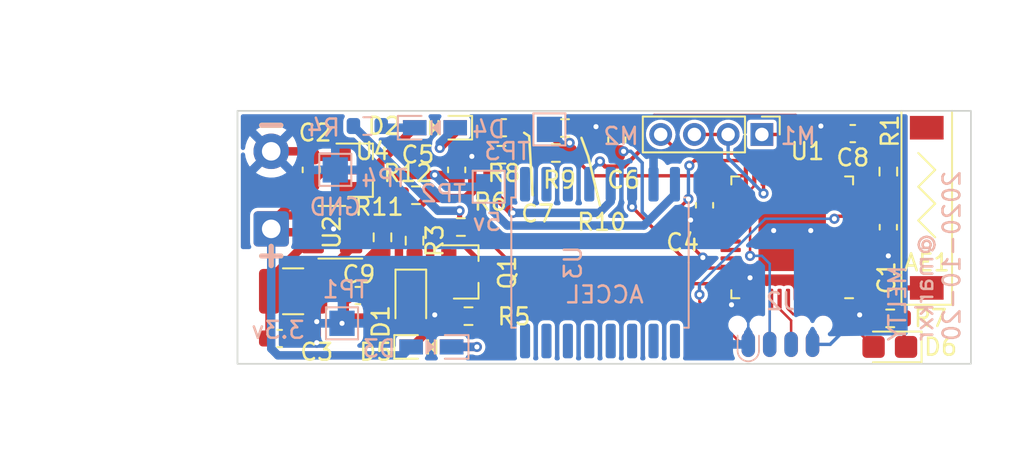
<source format=kicad_pcb>
(kicad_pcb (version 20201002) (generator pcbnew)
  (layers (0 "F.Cu" signal) (31 "B.Cu" signal) (34 "B.Paste" user) (35 "F.Paste" user) (36 "B.SilkS" user "B.Silkscreen") (37 "F.SilkS" user "F.Silkscreen") (38 "B.Mask" user) (39 "F.Mask" user) (44 "Edge.Cuts" user))
  (net 0 "")
  (net 1 "GND")
  (net 2 "/ANT")
  (net 3 "/VLOGIC")
  (net 4 "Net-(C4-Pad1)")
  (net 5 "/PROG_RX")
  (net 6 "Net-(J2-Pad3)")
  (net 7 "/PROG_BOOT")
  (net 8 "/PROG_TX")
  (net 9 "/PROG_EN")
  (net 10 "Net-(U1-Pad48)")
  (net 11 "Net-(U1-Pad47)")
  (net 12 "Net-(U1-Pad45)")
  (net 13 "Net-(U1-Pad44)")
  (net 14 "Net-(U1-Pad12)")
  (net 15 "Net-(U1-Pad39)")
  (net 16 "Net-(U1-Pad10)")
  (net 17 "Net-(U1-Pad35)")
  (net 18 "Net-(U1-Pad33)")
  (net 19 "Net-(U1-Pad32)")
  (net 20 "Net-(U1-Pad31)")
  (net 21 "Net-(U1-Pad30)")
  (net 22 "/ESC_TELEMETRY")
  (net 23 "Net-(U1-Pad29)")
  (net 24 "Net-(U1-Pad27)")
  (net 25 "Net-(U1-Pad25)")
  (net 26 "Net-(U1-Pad21)")
  (net 27 "Net-(U1-Pad20)")
  (net 28 "Net-(U1-Pad18)")
  (net 29 "Net-(U1-Pad17)")
  (net 30 "Net-(U1-Pad16)")
  (net 31 "/MOTOR2OUT")
  (net 32 "/MOTOR1OUT")
  (net 33 "/V5.0")
  (net 34 "/ACCEL_SENSE")
  (net 35 "Net-(D1-Pad1)")
  (net 36 "/VBAT")
  (net 37 "Net-(U1-Pad8)")
  (net 38 "Net-(U1-Pad7)")
  (net 39 "Net-(U1-Pad6)")
  (net 40 "/ACCEL_VOUT")
  (net 41 "/LED2")
  (net 42 "Net-(D6-Pad1)")
  (net 43 "Net-(Q1-Pad3)")
  (net 44 "Net-(D4-Pad1)")
  (net 45 "Net-(D5-Pad1)")
  (net 46 "/LED1")
  (net 47 "Net-(D2-Pad1)")
  (net 48 "Net-(D3-Pad1)")
  (net 49 "/ACCEL_SELF_TEST")
  (net 50 "/ACCEL_STATUS")
  (net 51 "Net-(U3-Pad16)")
  (net 52 "Net-(U3-Pad15)")
  (net 53 "Net-(U3-Pad14)")
  (net 54 "Net-(U3-Pad13)")
  (net 55 "Net-(U3-Pad12)")
  (net 56 "Net-(U3-Pad11)")
  (net 57 "Net-(U3-Pad10)")
  (net 58 "Net-(U3-Pad9)")
  (net 59 "Net-(U3-Pad3)")
  (net 60 "Net-(U3-Pad2)")
  (net 61 "Net-(U3-Pad1)")
  (net 62 "/LED1_GATE")
  (net 63 "Net-(C7-Pad1)")
  (net 64 "Net-(U1-Pad11)")
  (net 65 "Net-(U1-Pad38)")
  (net 66 "Net-(U1-Pad5)")
  (net 67 "Net-(J2-Pad5)")
  (net 68 "/REG_SW")
  (net 69 "/REG_BS")
  (net 70 "/REG_FB")
  (net 71 "Net-(AE1-Pad2)")
  (net 72 "Net-(U1-Pad28)")
  (module "Connector_Wire:SolderWire-0.5sqmm_1x02_P4.6mm_D0.9mm_OD2.1mm" (layer "F.Cu") (at 89 89.5 90)
    (fp_text reference "J1" hide)
    (fp_text value "Conn_01x02_Male")
    (pad "1" thru_hole roundrect (at 0 0 90) (size 2.1 2.1) (drill 1.1) (layers *.Cu *.Mask) (roundrect_rratio 0.1190480952380952) (net 36 "/VBAT"))
    (pad "2" thru_hole circle (at 4.6 0 90) (size 2.1 2.1) (drill 1.1) (layers *.Cu *.Mask) (net 1 "GND"))
  )
  (module "Resistor_SMD:R_0603_1608Metric" (layer "F.Cu") (at 100.250314 89.389616 180)
    (fp_text reference "R6" (at -1.749686 1.489616) (layer "F.SilkS"))
    (fp_text value "1k")
    (pad "1" smd roundrect (at -0.825 0 180) (size 0.8 0.95) (layers "F.Cu" "F.Paste" "F.Mask") (net 46 "/LED1"))
    (pad "2" smd roundrect (at 0.825 0 180) (size 0.8 0.95) (layers "F.Cu" "F.Paste" "F.Mask") (net 62 "/LED1_GATE"))
  )
  (module "LED_SMD:LED_0805_2012Metric_Castellated" (layer "F.Cu") (at 125.688287 96.5 180)
    (fp_text reference "D6" (at -3.011713 0) (layer "F.SilkS"))
    (fp_text value "LED")
    (pad "1" smd roundrect (at -0.9625 0 180) (size 1.325 1.3) (layers "F.Cu" "F.Paste" "F.Mask") (roundrect_rratio 0.1923076923076923) (net 42 "Net-(D6-Pad1)"))
    (pad "2" smd roundrect (at 0.9625 0 180) (size 1.325 1.3) (layers "F.Cu" "F.Paste" "F.Mask") (roundrect_rratio 0.1923076923076923) (net 41 "/LED2"))
  )
  (module "Resistor_SMD:R_0603_1608Metric" (layer "F.Cu") (at 125.6 86.1 90)
    (fp_text reference "R1" (at 2.4 0.1 90) (layer "F.SilkS"))
    (fp_text value "22k")
    (pad "1" smd roundrect (at -0.825 0 90) (size 0.8 0.95) (layers "F.Cu" "F.Paste" "F.Mask") (net 3 "/VLOGIC"))
    (pad "2" smd roundrect (at 0.825 0 90) (size 0.8 0.95) (layers "F.Cu" "F.Paste" "F.Mask") (net 9 "/PROG_EN"))
  )
  (module "Capacitor_SMD:C_0603_1608Metric" (layer "F.Cu") (at 123.491021 83.847809 180)
    (fp_text reference "C8" (at 0 -1.43) (layer "F.SilkS"))
    (fp_text value "0.1uF")
    (pad "1" smd roundrect (at -0.775 0 180) (size 0.9 0.95) (layers "F.Cu" "F.Paste" "F.Mask") (net 9 "/PROG_EN"))
    (pad "2" smd roundrect (at 0.775 0 180) (size 0.9 0.95) (layers "F.Cu" "F.Paste" "F.Mask") (net 1 "GND"))
  )
  (module "Resistor_SMD:R_0603_1608Metric" (layer "F.Cu") (at 102.654811 85.10301)
    (fp_text reference "R8" (at 0.145189 1.09699) (layer "F.SilkS"))
    (fp_text value "1k")
    (pad "1" smd roundrect (at -0.825 0) (size 0.8 0.95) (layers "F.Cu" "F.Paste" "F.Mask") (net 40 "/ACCEL_VOUT"))
    (pad "2" smd roundrect (at 0.825 0) (size 0.8 0.95) (layers "F.Cu" "F.Paste" "F.Mask") (net 63 "Net-(C7-Pad1)"))
  )
  (module "Package_TO_SOT_SMD:SOT-23" (layer "F.Cu") (at 100.535403 92.052575)
    (fp_text reference "Q1" (at 2.464597 0.047425 90) (layer "F.SilkS"))
    (fp_text value "2N7002ET1G")
    (pad "1" smd rect (at -1 -0.95) (size 0.9 0.8) (layers "F.Cu" "F.Paste" "F.Mask") (net 62 "/LED1_GATE"))
    (pad "2" smd rect (at -1 0.95) (size 0.9 0.8) (layers "F.Cu" "F.Paste" "F.Mask") (net 1 "GND"))
    (pad "3" smd rect (at 1 0) (size 0.9 0.8) (layers "F.Cu" "F.Paste" "F.Mask") (net 43 "Net-(Q1-Pad3)"))
  )
  (module "Resistor_SMD:R_0603_1608Metric" (layer "F.Cu") (at 106.423838 83.518311 180)
    (fp_text reference "R10" (at -2.176162 -5.581689 180) (layer "F.SilkS"))
    (fp_text value "22k")
    (pad "1" smd roundrect (at -0.825 0 180) (size 0.8 0.95) (layers "F.Cu" "F.Paste" "F.Mask") (net 1 "GND"))
    (pad "2" smd roundrect (at 0.825 0 180) (size 0.8 0.95) (layers "F.Cu" "F.Paste" "F.Mask") (net 34 "/ACCEL_SENSE"))
  )
  (module "Resistor_SMD:R_0603_1608Metric" (layer "F.Cu") (at 97.586793 87.503943 180)
    (fp_text reference "R12" (at 0.486793 1.303943) (layer "F.SilkS"))
    (fp_text value "22k")
    (pad "1" smd roundrect (at -0.825 0 180) (size 0.8 0.95) (layers "F.Cu" "F.Paste" "F.Mask") (net 1 "GND"))
    (pad "2" smd roundrect (at 0.825 0 180) (size 0.8 0.95) (layers "F.Cu" "F.Paste" "F.Mask") (net 70 "/REG_FB"))
  )
  (module "melty-controller:LED_SIDEVIEW" (layer "F.Cu") (at 98.7125 83.5 180)
    (fp_text reference "D2" (at 3.0125 0.1 unlocked) (layer "F.SilkS"))
    (fp_text value "white side smd")
    (pad "1" smd rect (at -1.2 0 180) (size 1.4 0.9) (layers "F.Cu" "F.Paste" "F.Mask") (net 47 "Net-(D2-Pad1)"))
    (pad "2" smd rect (at 1.2 0 180) (size 1.4 0.9) (layers "F.Cu" "F.Paste" "F.Mask") (net 36 "/VBAT"))
  )
  (module "melty-controller:AN9520-245" (layer "F.Cu") (at 127.878739 93)
    (fp_text reference "AE1" (at 0 -1.5 unlocked) (layer "F.SilkS"))
    (fp_text value " AN9520-245 ")
    (pad "1" smd rect (at 0 0) (size 2 1.4) (layers "F.Cu" "F.Paste" "F.Mask") (net 2 "/ANT"))
    (pad "2" smd rect (at 0 -9.5) (size 2 1.4) (layers "F.Cu" "F.Paste" "F.Mask") (net 71 "Net-(AE1-Pad2)"))
  )
  (module "melty-controller:LED_SIDEVIEW" (layer "F.Cu") (at 98.5 96.5)
    (fp_text reference "D5" (at -3.3 0.3 unlocked) (layer "F.SilkS"))
    (fp_text value "white side smd")
    (pad "1" smd rect (at -1.2 0) (size 1.4 0.9) (layers "F.Cu" "F.Paste" "F.Mask") (net 45 "Net-(D5-Pad1)"))
    (pad "2" smd rect (at 1.2 0) (size 1.4 0.9) (layers "F.Cu" "F.Paste" "F.Mask") (net 48 "Net-(D3-Pad1)"))
  )
  (module "Capacitor_SMD:C_0603_1608Metric" (layer "F.Cu") (at 89.5 96 180)
    (fp_text reference "C3" (at -2.2 -0.8) (layer "F.SilkS"))
    (fp_text value "22nF")
    (pad "1" smd roundrect (at -0.775 0 180) (size 0.9 0.95) (layers "F.Cu" "F.Paste" "F.Mask") (net 69 "/REG_BS"))
    (pad "2" smd roundrect (at 0.775 0 180) (size 0.9 0.95) (layers "F.Cu" "F.Paste" "F.Mask") (net 68 "/REG_SW"))
  )
  (module "Inductor_SMD:L_1210_3225Metric" (layer "F.Cu") (at 90.3 93.2)
    (fp_text reference "L1" hide)
    (fp_text value "10uH")
    (pad "1" smd roundrect (at -1.4 0) (size 1.25 2.65) (layers "F.Cu" "F.Paste" "F.Mask") (roundrect_rratio 0.2) (net 68 "/REG_SW"))
    (pad "2" smd roundrect (at 1.4 0) (size 1.25 2.65) (layers "F.Cu" "F.Paste" "F.Mask") (roundrect_rratio 0.2) (net 3 "/VLOGIC"))
  )
  (module "Resistor_SMD:R_0603_1608Metric" (layer "F.Cu") (at 105.88423 85)
    (fp_text reference "R9" (at 0.21577 1.6 180) (layer "F.SilkS"))
    (fp_text value "22k")
    (pad "1" smd roundrect (at -0.825 0) (size 0.8 0.95) (layers "F.Cu" "F.Paste" "F.Mask") (net 63 "Net-(C7-Pad1)"))
    (pad "2" smd roundrect (at 0.825 0) (size 0.8 0.95) (layers "F.Cu" "F.Paste" "F.Mask") (net 34 "/ACCEL_SENSE"))
  )
  (module "Resistor_SMD:R_0603_1608Metric" (layer "F.Cu") (at 125.711713 94.806865 180)
    (fp_text reference "R7" (at -2.388287 0.006865) (layer "F.SilkS"))
    (fp_text value "220R")
    (pad "1" smd roundrect (at -0.825 0 180) (size 0.8 0.95) (layers "F.Cu" "F.Paste" "F.Mask") (net 42 "Net-(D6-Pad1)"))
    (pad "2" smd roundrect (at 0.825 0 180) (size 0.8 0.95) (layers "F.Cu" "F.Paste" "F.Mask") (net 1 "GND"))
  )
  (module "Package_TO_SOT_SMD:SOT-23" (layer "F.Cu") (at 94.27 86.02)
    (fp_text reference "U4" (at 0.73 -1.12) (layer "F.SilkS"))
    (fp_text value "HT7250")
    (pad "1" smd rect (at -1 -0.95) (size 0.9 0.8) (layers "F.Cu" "F.Paste" "F.Mask") (net 1 "GND"))
    (pad "2" smd rect (at -1 0.95) (size 0.9 0.8) (layers "F.Cu" "F.Paste" "F.Mask") (net 33 "/V5.0"))
    (pad "3" smd rect (at 1 0) (size 0.9 0.8) (layers "F.Cu" "F.Paste" "F.Mask") (net 36 "/VBAT"))
  )
  (module "Connector_PinHeader_2.00mm:PinHeader_1x04_P2.00mm_Vertical" (layer "F.Cu") (at 118.1 83.9 -90)
    (fp_text reference "J3" hide)
    (fp_text value "esc_io")
    (pad "1" thru_hole rect (at 0 0 270) (size 1.35 1.35) (drill 0.8) (layers *.Cu *.Mask) (net 32 "/MOTOR1OUT"))
    (pad "2" thru_hole oval (at 0 2 270) (size 1.35 1.35) (drill 0.8) (layers *.Cu *.Mask) (net 22 "/ESC_TELEMETRY"))
    (pad "3" thru_hole oval (at 0 4 270) (size 1.35 1.35) (drill 0.8) (layers *.Cu *.Mask) (net 22 "/ESC_TELEMETRY"))
    (pad "4" thru_hole oval (at 0 6 270) (size 1.35 1.35) (drill 0.8) (layers *.Cu *.Mask) (net 31 "/MOTOR2OUT"))
  )
  (module "Capacitor_SMD:C_0603_1608Metric" (layer "F.Cu") (at 114.7 88.1 -90)
    (fp_text reference "C4" (at 2.2 1.3 180) (layer "F.SilkS"))
    (fp_text value "1uF")
    (pad "1" smd roundrect (at -0.775 0 270) (size 0.9 0.95) (layers "F.Cu" "F.Paste" "F.Mask") (net 4 "Net-(C4-Pad1)"))
    (pad "2" smd roundrect (at 0.775 0 270) (size 0.9 0.95) (layers "F.Cu" "F.Paste" "F.Mask") (net 1 "GND"))
  )
  (module "Capacitor_SMD:C_0603_1608Metric" (layer "F.Cu") (at 91.376619 86 90)
    (fp_text reference "C2" (at 2.2 0.223381 180) (layer "F.SilkS"))
    (fp_text value "10uF")
    (pad "1" smd roundrect (at -0.775 0 90) (size 0.9 0.95) (layers "F.Cu" "F.Paste" "F.Mask") (net 36 "/VBAT"))
    (pad "2" smd roundrect (at 0.775 0 90) (size 0.9 0.95) (layers "F.Cu" "F.Paste" "F.Mask") (net 1 "GND"))
  )
  (module "LED_SMD:LED_0805_2012Metric_Castellated" (layer "F.Cu") (at 97.280004 93.8 -90)
    (fp_text reference "D1" (at 1.2 1.780004 90) (layer "F.SilkS"))
    (fp_text value "LED")
    (pad "1" smd roundrect (at -0.9625 0 270) (size 1.325 1.3) (layers "F.Cu" "F.Paste" "F.Mask") (roundrect_rratio 0.1923076923076923) (net 35 "Net-(D1-Pad1)"))
    (pad "2" smd roundrect (at 0.9625 0 270) (size 1.325 1.3) (layers "F.Cu" "F.Paste" "F.Mask") (roundrect_rratio 0.1923076923076923) (net 3 "/VLOGIC"))
  )
  (module "Resistor_SMD:R_0603_1608Metric" (layer "F.Cu") (at 95.6 90 -90)
    (fp_text reference "R11" (at -1.8 0.2 -180) (layer "F.SilkS"))
    (fp_text value "100k")
    (pad "1" smd roundrect (at -0.825 0 270) (size 0.8 0.95) (layers "F.Cu" "F.Paste" "F.Mask") (net 70 "/REG_FB"))
    (pad "2" smd roundrect (at 0.825 0 270) (size 0.8 0.95) (layers "F.Cu" "F.Paste" "F.Mask") (net 3 "/VLOGIC"))
  )
  (module "Capacitor_SMD:C_0603_1608Metric" (layer "F.Cu") (at 125.6 89.4 -90)
    (fp_text reference "C1" (at 3 0.1 90) (layer "F.SilkS"))
    (fp_text value "0.1uF")
    (pad "1" smd roundrect (at -0.775 0 270) (size 0.9 0.95) (layers "F.Cu" "F.Paste" "F.Mask") (net 3 "/VLOGIC"))
    (pad "2" smd roundrect (at 0.775 0 270) (size 0.9 0.95) (layers "F.Cu" "F.Paste" "F.Mask") (net 1 "GND"))
  )
  (module "Capacitor_SMD:C_0603_1608Metric" (layer "F.Cu") (at 109.5 84.2125 90)
    (fp_text reference "C6" (at -2.3875 0.4 180) (layer "F.SilkS"))
    (fp_text value "0.1uF")
    (pad "1" smd roundrect (at -0.775 0 90) (size 0.9 0.95) (layers "F.Cu" "F.Paste" "F.Mask") (net 33 "/V5.0"))
    (pad "2" smd roundrect (at 0.775 0 90) (size 0.9 0.95) (layers "F.Cu" "F.Paste" "F.Mask") (net 1 "GND"))
  )
  (module "Capacitor_SMD:C_0603_1608Metric" (layer "F.Cu") (at 102.792731 83.5 180)
    (fp_text reference "C7" (at -2.007269 -5.1 180) (layer "F.SilkS"))
    (fp_text value "10nF")
    (pad "1" smd roundrect (at -0.775 0 180) (size 0.9 0.95) (layers "F.Cu" "F.Paste" "F.Mask") (net 63 "Net-(C7-Pad1)"))
    (pad "2" smd roundrect (at 0.775 0 180) (size 0.9 0.95) (layers "F.Cu" "F.Paste" "F.Mask") (net 1 "GND"))
  )
  (module "Capacitor_SMD:C_0603_1608Metric" (layer "F.Cu") (at 94.140287 93.452189)
    (fp_text reference "C9" (at 0.059713 -1.252189) (layer "F.SilkS"))
    (fp_text value "10uF")
    (pad "1" smd roundrect (at -0.775 0) (size 0.9 0.95) (layers "F.Cu" "F.Paste" "F.Mask") (net 3 "/VLOGIC"))
    (pad "2" smd roundrect (at 0.775 0) (size 0.9 0.95) (layers "F.Cu" "F.Paste" "F.Mask") (net 1 "GND"))
  )
  (module "Resistor_SMD:R_0603_1608Metric" (layer "F.Cu") (at 97.5 90.2 90)
    (fp_text reference "R3" (at 0 1.2 90) (layer "F.SilkS"))
    (fp_text value "220R")
    (pad "1" smd roundrect (at -0.825 0 90) (size 0.8 0.95) (layers "F.Cu" "F.Paste" "F.Mask") (net 35 "Net-(D1-Pad1)"))
    (pad "2" smd roundrect (at 0.825 0 90) (size 0.8 0.95) (layers "F.Cu" "F.Paste" "F.Mask") (net 1 "GND"))
  )
  (module "Package_TO_SOT_SMD:SOT-23-6" (layer "F.Cu") (at 92.6 89.7 180)
    (fp_text reference "U2" (at 0 0 270) (layer "F.SilkS"))
    (fp_text value "MT2492")
    (pad "1" smd roundrect (at -1.1375 -0.95 180) (size 1.325 0.6) (layers "F.Cu" "F.Paste" "F.Mask") (net 69 "/REG_BS"))
    (pad "2" smd roundrect (at -1.1375 0 180) (size 1.325 0.6) (layers "F.Cu" "F.Paste" "F.Mask") (net 1 "GND"))
    (pad "3" smd roundrect (at -1.1375 0.95 180) (size 1.325 0.6) (layers "F.Cu" "F.Paste" "F.Mask") (net 70 "/REG_FB"))
    (pad "4" smd roundrect (at 1.1375 0.95 180) (size 1.325 0.6) (layers "F.Cu" "F.Paste" "F.Mask") (net 36 "/VBAT"))
    (pad "5" smd roundrect (at 1.1375 0 180) (size 1.325 0.6) (layers "F.Cu" "F.Paste" "F.Mask") (net 36 "/VBAT"))
    (pad "6" smd roundrect (at 1.1375 -0.95 180) (size 1.325 0.6) (layers "F.Cu" "F.Paste" "F.Mask") (net 68 "/REG_SW"))
  )
  (module "Resistor_SMD:R_0603_1608Metric" (layer "F.Cu") (at 100.7 94.674771)
    (fp_text reference "R5" (at 2.7 0.025229) (layer "F.SilkS"))
    (fp_text value "100R")
    (pad "1" smd roundrect (at -0.825 0) (size 0.8 0.95) (layers "F.Cu" "F.Paste" "F.Mask") (net 43 "Net-(Q1-Pad3)"))
    (pad "2" smd roundrect (at 0.825 0) (size 0.8 0.95) (layers "F.Cu" "F.Paste" "F.Mask") (net 45 "Net-(D5-Pad1)"))
  )
  (module "Capacitor_SMD:C_0603_1608Metric" (layer "F.Cu") (at 100 86 90)
    (fp_text reference "C5" (at 0.9 -2.3 180) (layer "F.SilkS"))
    (fp_text value "10uF")
    (pad "1" smd roundrect (at -0.775 0 90) (size 0.9 0.95) (layers "F.Cu" "F.Paste" "F.Mask") (net 33 "/V5.0"))
    (pad "2" smd roundrect (at 0.775 0 90) (size 0.9 0.95) (layers "F.Cu" "F.Paste" "F.Mask") (net 1 "GND"))
  )
  (module "melty-controller:esp32-pico-special" (layer "F.Cu") (at 119.9 90 180)
    (fp_text reference "U1" (at -0.9 5.1 180) (layer "F.SilkS"))
    (fp_text value "ESP32-PICO-D4")
    (pad "1" smd roundrect (at -3.65 -2.75 180) (size 1.2 0.25) (layers "F.Cu" "F.Paste" "F.Mask") (net 3 "/VLOGIC"))
    (pad "2" smd roundrect (at -3.65 -2.25 180) (size 1.2 0.25) (layers "F.Cu" "F.Paste" "F.Mask") (net 2 "/ANT"))
    (pad "3" smd roundrect (at -3.65 -1.75 180) (size 1.2 0.25) (layers "F.Cu" "F.Paste" "F.Mask") (net 3 "/VLOGIC"))
    (pad "4" smd roundrect (at -3.65 -1.25 180) (size 1.2 0.25) (layers "F.Cu" "F.Paste" "F.Mask") (net 3 "/VLOGIC"))
    (pad "5" smd roundrect (at -3.65 -0.75 180) (size 1.2 0.25) (layers "F.Cu" "F.Paste" "F.Mask") (net 66 "Net-(U1-Pad5)"))
    (pad "6" smd roundrect (at -3.65 -0.25 180) (size 1.2 0.25) (layers "F.Cu" "F.Paste" "F.Mask") (net 39 "Net-(U1-Pad6)"))
    (pad "7" smd roundrect (at -3.65 0.25 180) (size 1.2 0.25) (layers "F.Cu" "F.Paste" "F.Mask") (net 38 "Net-(U1-Pad7)"))
    (pad "8" smd roundrect (at -3.65 0.75 180) (size 1.2 0.25) (layers "F.Cu" "F.Paste" "F.Mask") (net 37 "Net-(U1-Pad8)"))
    (pad "9" smd roundrect (at -3.65 1.25 180) (size 1.2 0.25) (layers "F.Cu" "F.Paste" "F.Mask") (net 9 "/PROG_EN"))
    (pad "10" smd roundrect (at -3.65 1.75 180) (size 1.2 0.25) (layers "F.Cu" "F.Paste" "F.Mask") (net 16 "Net-(U1-Pad10)"))
    (pad "11" smd roundrect (at -3.65 2.25 180) (size 1.2 0.25) (layers "F.Cu" "F.Paste" "F.Mask") (net 64 "Net-(U1-Pad11)"))
    (pad "12" smd roundrect (at -3.65 2.75 180) (size 1.2 0.25) (layers "F.Cu" "F.Paste" "F.Mask") (net 14 "Net-(U1-Pad12)"))
    (pad "13" smd roundrect (at -2.75 3.65 180) (size 0.25 1.2) (layers "F.Cu" "F.Paste" "F.Mask") (net 49 "/ACCEL_SELF_TEST"))
    (pad "14" smd roundrect (at -2.25 3.65 180) (size 0.25 1.2) (layers "F.Cu" "F.Paste" "F.Mask") (net 32 "/MOTOR1OUT"))
    (pad "15" smd roundrect (at -1.75 3.65 180) (size 0.25 1.2) (layers "F.Cu" "F.Paste" "F.Mask") (net 31 "/MOTOR2OUT"))
    (pad "16" smd roundrect (at -1.25 3.65 180) (size 0.25 1.2) (layers "F.Cu" "F.Paste" "F.Mask") (net 30 "Net-(U1-Pad16)"))
    (pad "17" smd roundrect (at -0.75 3.65 180) (size 0.25 1.2) (layers "F.Cu" "F.Paste" "F.Mask") (net 29 "Net-(U1-Pad17)"))
    (pad "18" smd roundrect (at -0.25 3.65 180) (size 0.25 1.2) (layers "F.Cu" "F.Paste" "F.Mask") (net 28 "Net-(U1-Pad18)"))
    (pad "19" smd roundrect (at 0.25 3.65 180) (size 0.25 1.2) (layers "F.Cu" "F.Paste" "F.Mask") (net 3 "/VLOGIC"))
    (pad "20" smd roundrect (at 0.75 3.65 180) (size 0.25 1.2) (layers "F.Cu" "F.Paste" "F.Mask") (net 27 "Net-(U1-Pad20)"))
    (pad "21" smd roundrect (at 1.25 3.65 180) (size 0.25 1.2) (layers "F.Cu" "F.Paste" "F.Mask") (net 26 "Net-(U1-Pad21)"))
    (pad "22" smd roundrect (at 1.75 3.65 180) (size 0.25 1.2) (layers "F.Cu" "F.Paste" "F.Mask") (net 22 "/ESC_TELEMETRY"))
    (pad "23" smd roundrect (at 2.25 3.65 180) (size 0.25 1.2) (layers "F.Cu" "F.Paste" "F.Mask") (net 7 "/PROG_BOOT"))
    (pad "24" smd roundrect (at 2.75 3.65 180) (size 0.25 1.2) (layers "F.Cu" "F.Paste" "F.Mask") (net 34 "/ACCEL_SENSE"))
    (pad "25" smd roundrect (at 3.65 2.75 180) (size 1.2 0.25) (layers "F.Cu" "F.Paste" "F.Mask") (net 25 "Net-(U1-Pad25)"))
    (pad "26" smd roundrect (at 3.65 2.25 180) (size 1.2 0.25) (layers "F.Cu" "F.Paste" "F.Mask") (net 4 "Net-(C4-Pad1)"))
    (pad "27" smd roundrect (at 3.65 1.75 180) (size 1.2 0.25) (layers "F.Cu" "F.Paste" "F.Mask") (net 24 "Net-(U1-Pad27)"))
    (pad "28" smd roundrect (at 3.65 1.25 180) (size 1.2 0.25) (layers "F.Cu" "F.Paste" "F.Mask") (net 72 "Net-(U1-Pad28)"))
    (pad "29" smd roundrect (at 3.65 0.75 180) (size 1.2 0.25) (layers "F.Cu" "F.Paste" "F.Mask") (net 23 "Net-(U1-Pad29)"))
    (pad "30" smd roundrect (at 3.65 0.25 180) (size 1.2 0.25) (layers "F.Cu" "F.Paste" "F.Mask") (net 21 "Net-(U1-Pad30)"))
    (pad "31" smd roundrect (at 3.65 -0.25 180) (size 1.2 0.25) (layers "F.Cu" "F.Paste" "F.Mask") (net 20 "Net-(U1-Pad31)"))
    (pad "32" smd roundrect (at 3.65 -0.75 180) (size 1.2 0.25) (layers "F.Cu" "F.Paste" "F.Mask") (net 19 "Net-(U1-Pad32)"))
    (pad "33" smd roundrect (at 3.65 -1.25 180) (size 1.2 0.25) (layers "F.Cu" "F.Paste" "F.Mask") (net 18 "Net-(U1-Pad33)"))
    (pad "34" smd roundrect (at 3.65 -1.75 180) (size 1.2 0.25) (layers "F.Cu" "F.Paste" "F.Mask") (net 50 "/ACCEL_STATUS"))
    (pad "35" smd roundrect (at 3.65 -2.25 180) (size 1.2 0.25) (layers "F.Cu" "F.Paste" "F.Mask") (net 17 "Net-(U1-Pad35)"))
    (pad "36" smd roundrect (at 3.65 -2.75 180) (size 1.2 0.25) (layers "F.Cu" "F.Paste" "F.Mask") (net 46 "/LED1"))
    (pad "37" smd roundrect (at 2.75 -3.65 180) (size 0.25 1.2) (layers "F.Cu" "F.Paste" "F.Mask") (net 3 "/VLOGIC"))
    (pad "38" smd roundrect (at 2.25 -3.65 180) (size 0.25 1.2) (layers "F.Cu" "F.Paste" "F.Mask") (net 65 "Net-(U1-Pad38)"))
    (pad "39" smd roundrect (at 1.75 -3.65 180) (size 0.25 1.2) (layers "F.Cu" "F.Paste" "F.Mask") (net 15 "Net-(U1-Pad39)"))
    (pad "40" smd roundrect (at 1.25 -3.65 180) (size 0.25 1.2) (layers "F.Cu" "F.Paste" "F.Mask") (net 5 "/PROG_RX"))
    (pad "41" smd roundrect (at 0.75 -3.65 180) (size 0.25 1.2) (layers "F.Cu" "F.Paste" "F.Mask") (net 8 "/PROG_TX"))
    (pad "42" smd roundrect (at 0.25 -3.65 180) (size 0.25 1.2) (layers "F.Cu" "F.Paste" "F.Mask") (net 41 "/LED2"))
    (pad "43" smd roundrect (at -0.25 -3.65 180) (size 0.25 1.2) (layers "F.Cu" "F.Paste" "F.Mask") (net 3 "/VLOGIC"))
    (pad "44" smd roundrect (at -0.75 -3.65 180) (size 0.25 1.2) (layers "F.Cu" "F.Paste" "F.Mask") (net 13 "Net-(U1-Pad44)"))
    (pad "45" smd roundrect (at -1.25 -3.65 180) (size 0.25 1.2) (layers "F.Cu" "F.Paste" "F.Mask") (net 12 "Net-(U1-Pad45)"))
    (pad "46" smd roundrect (at -1.75 -3.65 180) (size 0.25 1.2) (layers "F.Cu" "F.Paste" "F.Mask") (net 3 "/VLOGIC"))
    (pad "47" smd roundrect (at -2.25 -3.65 180) (size 0.25 1.2) (layers "F.Cu" "F.Paste" "F.Mask") (net 11 "Net-(U1-Pad47)"))
    (pad "48" smd roundrect (at -2.75 -3.65 180) (size 0.25 1.2) (layers "F.Cu" "F.Paste" "F.Mask") (net 10 "Net-(U1-Pad48)"))
    (pad "49" smd rect (at 0 0 180) (size 4 4) (layers "F.Cu" "F.Mask") (net 1 "GND"))
  )
  (module "melty-controller:LED_SIDEVIEW" (layer "B.Cu") (at 98.7125 83.5)
    (fp_text reference "D4" (at 3.1875 0.1 unlocked) (layer "B.SilkS") (effects (justify mirror)))
    (fp_text value "white side smd")
    (pad "1" smd rect (at -1.2 0) (size 1.4 0.9) (layers "B.Cu" "B.Paste" "B.Mask") (net 44 "Net-(D4-Pad1)"))
    (pad "2" smd rect (at 1.2 0) (size 1.4 0.9) (layers "B.Cu" "B.Paste" "B.Mask") (net 47 "Net-(D2-Pad1)"))
  )
  (module "melty-controller:LED_SIDEVIEW" (layer "B.Cu") (at 98.5 96.5 180)
    (fp_text reference "D3" (at 3.1 -0.1 unlocked) (layer "B.SilkS") (effects (justify mirror)))
    (fp_text value "white side smd")
    (pad "1" smd rect (at -1.2 0 180) (size 1.4 0.9) (layers "B.Cu" "B.Paste" "B.Mask") (net 48 "Net-(D3-Pad1)"))
    (pad "2" smd rect (at 1.2 0 180) (size 1.4 0.9) (layers "B.Cu" "B.Paste" "B.Mask") (net 36 "/VBAT"))
  )
  (module "TestPoint:TestPoint_Pad_1.5x1.5mm" (layer "B.Cu") (at 101.9 87)
    (fp_text reference "TP2" (at -2.7 0.4) (layer "B.SilkS") (effects (justify mirror)))
    (fp_text value "TestPoint")
    (pad "1" smd rect (at 0 0) (size 1.5 1.5) (layers "B.Cu" "B.Mask") (net 33 "/V5.0"))
  )
  (module "melty-controller:SOIC_clipProgSmall" (layer "B.Cu") (at 119.2 97.1 180)
    (fp_text reference "J2" (at 0 3.302) (layer "B.SilkS") (effects (justify mirror)))
    (fp_text value "soicbite")
    (pad "" np_thru_hole circle (at 2.54 1.905 180) (size 0.7 0.7) (drill 0.7) (layers *.Cu *.Mask))
    (pad "" np_thru_hole circle (at -2.54 1.905 180) (size 0.7 0.7) (drill 0.7) (layers *.Cu *.Mask))
    (pad "" np_thru_hole circle (at 0 1.905 180) (size 0.7 0.7) (drill 0.7) (layers *.Cu *.Mask))
    (pad "" np_thru_hole circle (at -1.27 1.905 180) (size 0.7 0.7) (drill 0.7) (layers *.Cu *.Mask))
    (pad "" np_thru_hole circle (at 1.27 1.905 180) (size 0.7 0.7) (drill 0.7) (layers *.Cu *.Mask))
    (pad "1" smd oval (at 1.905 0.75 180) (size 0.8 1.5) (layers "B.Cu" "B.Mask") (net 3 "/VLOGIC"))
    (pad "2" smd oval (at 0.635 0.75 180) (size 0.8 1.5) (layers "B.Cu" "B.Mask") (net 7 "/PROG_BOOT"))
    (pad "3" smd oval (at -0.635 0.75 180) (size 0.8 1.5) (layers "B.Cu" "B.Mask") (net 6 "Net-(J2-Pad3)"))
    (pad "4" smd oval (at -1.905 0.75 180) (size 0.8 1.5) (layers "B.Cu" "B.Mask") (net 1 "GND"))
    (pad "5" smd oval (at -1.905 0.75 180) (size 0.8 1.5) (layers "F.Cu" "F.Mask") (net 67 "Net-(J2-Pad5)"))
    (pad "6" smd oval (at -0.635 0.75 180) (size 0.8 1.5) (layers "F.Cu" "F.Mask") (net 8 "/PROG_TX"))
    (pad "7" smd oval (at 0.635 0.75 180) (size 0.8 1.5) (layers "F.Cu" "F.Mask") (net 5 "/PROG_RX"))
    (pad "8" smd oval (at 1.905 0.75 180) (size 0.8 1.5) (layers "F.Cu" "F.Mask") (net 9 "/PROG_EN"))
  )
  (module "TestPoint:TestPoint_Pad_1.5x1.5mm" (layer "B.Cu") (at 93.2 95.1)
    (fp_text reference "TP1" (at 0.2 -2) (layer "B.SilkS") (effects (justify mirror)))
    (fp_text value "TestPoint")
    (pad "1" smd rect (at 0 0) (size 1.5 1.5) (layers "B.Cu" "B.Mask") (net 3 "/VLOGIC"))
  )
  (module "Resistor_SMD:R_0603_1608Metric" (layer "B.Cu") (at 94.7 83.4)
    (fp_text reference "R4" (at -2.6 0.1) (layer "B.SilkS") (effects (justify mirror)))
    (fp_text value "100R")
    (pad "1" smd roundrect (at -0.825 0) (size 0.8 0.95) (layers "B.Cu" "B.Paste" "B.Mask") (net 43 "Net-(Q1-Pad3)"))
    (pad "2" smd roundrect (at 0.825 0) (size 0.8 0.95) (layers "B.Cu" "B.Paste" "B.Mask") (net 44 "Net-(D4-Pad1)"))
  )
  (module "TestPoint:TestPoint_Pad_1.5x1.5mm" (layer "B.Cu") (at 105.5 83.6)
    (fp_text reference "TP3" (at -2.5 1.3) (layer "B.SilkS") (effects (justify mirror)))
    (fp_text value "TestPoint")
    (pad "1" smd rect (at 0 0) (size 1.5 1.5) (layers "B.Cu" "B.Mask") (net 34 "/ACCEL_SENSE"))
  )
  (module "TestPoint:TestPoint_Pad_1.5x1.5mm" (layer "B.Cu") (at 92.8 86)
    (fp_text reference "TP4" (at 2.9 0.5) (layer "B.SilkS") (effects (justify mirror)))
    (fp_text value "TestPoint")
    (pad "1" smd rect (at 0 0) (size 1.5 1.5) (layers "B.Cu" "B.Mask") (net 1 "GND"))
  )
  (module "Package_SO:SOIC-16W_7.5x10.3mm_P1.27mm" (layer "B.Cu") (at 108.5 91.5 -90)
    (fp_text reference "U3" (at 0 1.6 90) (layer "B.SilkS") (effects (justify mirror)))
    (fp_text value "MMA1200KEG")
    (pad "1" smd roundrect (at -4.65 4.445 270) (size 2.05 0.6) (layers "B.Cu" "B.Paste" "B.Mask") (net 61 "Net-(U3-Pad1)"))
    (pad "2" smd roundrect (at -4.65 3.175 270) (size 2.05 0.6) (layers "B.Cu" "B.Paste" "B.Mask") (net 60 "Net-(U3-Pad2)"))
    (pad "3" smd roundrect (at -4.65 1.905 270) (size 2.05 0.6) (layers "B.Cu" "B.Paste" "B.Mask") (net 59 "Net-(U3-Pad3)"))
    (pad "4" smd roundrect (at -4.65 0.635 270) (size 2.05 0.6) (layers "B.Cu" "B.Paste" "B.Mask") (net 49 "/ACCEL_SELF_TEST"))
    (pad "5" smd roundrect (at -4.65 -0.635 270) (size 2.05 0.6) (layers "B.Cu" "B.Paste" "B.Mask") (net 40 "/ACCEL_VOUT"))
    (pad "6" smd roundrect (at -4.65 -1.905 270) (size 2.05 0.6) (layers "B.Cu" "B.Paste" "B.Mask") (net 50 "/ACCEL_STATUS"))
    (pad "7" smd roundrect (at -4.65 -3.175 270) (size 2.05 0.6) (layers "B.Cu" "B.Paste" "B.Mask") (net 1 "GND"))
    (pad "8" smd roundrect (at -4.65 -4.445 270) (size 2.05 0.6) (layers "B.Cu" "B.Paste" "B.Mask") (net 33 "/V5.0"))
    (pad "9" smd roundrect (at 4.65 -4.445 270) (size 2.05 0.6) (layers "B.Cu" "B.Paste" "B.Mask") (net 58 "Net-(U3-Pad9)"))
    (pad "10" smd roundrect (at 4.65 -3.175 270) (size 2.05 0.6) (layers "B.Cu" "B.Paste" "B.Mask") (net 57 "Net-(U3-Pad10)"))
    (pad "11" smd roundrect (at 4.65 -1.905 270) (size 2.05 0.6) (layers "B.Cu" "B.Paste" "B.Mask") (net 56 "Net-(U3-Pad11)"))
    (pad "12" smd roundrect (at 4.65 -0.635 270) (size 2.05 0.6) (layers "B.Cu" "B.Paste" "B.Mask") (net 55 "Net-(U3-Pad12)"))
    (pad "13" smd roundrect (at 4.65 0.635 270) (size 2.05 0.6) (layers "B.Cu" "B.Paste" "B.Mask") (net 54 "Net-(U3-Pad13)"))
    (pad "14" smd roundrect (at 4.65 1.905 270) (size 2.05 0.6) (layers "B.Cu" "B.Paste" "B.Mask") (net 53 "Net-(U3-Pad14)"))
    (pad "15" smd roundrect (at 4.65 3.175 270) (size 2.05 0.6) (layers "B.Cu" "B.Paste" "B.Mask") (net 52 "Net-(U3-Pad15)"))
    (pad "16" smd roundrect (at 4.65 4.445 270) (size 2.05 0.6) (layers "B.Cu" "B.Paste" "B.Mask") (net 51 "Net-(U3-Pad16)"))
  )
  (gr_line (start 104.5 87.5) (end 104.3 84) (layer "F.SilkS") (width 0.15))
  (gr_line (start 108.5 88.1) (end 107.8 85.2) (layer "F.SilkS") (width 0.15))
  (gr_line (start 104.3 84) (end 104 83.8) (layer "F.SilkS") (width 0.15))
  (gr_line (start 107.8 85.2) (end 107.4 84.1) (layer "F.SilkS") (width 0.15))
  (gr_rect (start 87 82.5) (end 130.5 97.5) (layer "Edge.Cuts") (width 0.1))
  (gr_text "MELTY\n@markxr\n2020-10-20" (at 127.75 96.25 90) (layer "B.SilkS") (effects (font (size 1 1)) (justify right mirror)))
  (gr_text "-" (at 89 83.25) (layer "B.SilkS") (effects (font (size 1.5 1.5) (thickness 0.3))))
  (gr_text "3.3v" (at 89.4 95.5) (layer "B.SilkS") (effects (font (size 1 1)) (justify mirror)))
  (gr_text "M1" (at 120.25 84) (layer "B.SilkS") (effects (font (size 1 1)) (justify mirror)))
  (gr_text "+" (at 89 91) (layer "B.SilkS") (effects (font (size 1.5 1.5) (thickness 0.3))))
  (gr_text "5v" (at 101.8 89.1) (layer "B.SilkS") (effects (font (size 1 1)) (justify mirror)))
  (gr_text "GND" (at 92.8 88.2) (layer "B.SilkS") (effects (font (size 1 1)) (justify mirror)))
  (gr_text "ACCEL" (at 108.8 93.4) (layer "B.SilkS") (effects (font (size 1 1)) (justify mirror)))
  (gr_text "M2" (at 109.75 84) (layer "B.SilkS") (effects (font (size 1 1)) (justify mirror)))
  (gr_text "-" (at 89 83.25) (layer "F.SilkS") (effects (font (size 1.5 1.5) (thickness 0.3))))
  (gr_text "+" (at 89 91) (layer "F.SilkS") (effects (font (size 1.5 1.5) (thickness 0.3))))
  (segment (start 124.106865 94.806865) (end 123.9 94.6) (width 0.2) (layer "F.Cu") (net 1))
  (segment (start 113.973544 88.875) (end 113.874272 88.974272) (width 0.2) (layer "F.Cu") (net 1))
  (segment (start 108.2625 83.4375) (end 107.329649 83.4375) (width 0.5) (layer "F.Cu") (net 1))
  (segment (start 94.915287 92.977189) (end 96.57499 91.317486) (width 0.5) (layer "F.Cu") (net 1))
  (segment (start 99.535403 93.002575) (end 98.42501 91.892182) (width 0.5) (layer "F.Cu") (net 1))
  (segment (start 102.017731 83.5) (end 101.725 83.5) (width 0.5) (layer "F.Cu") (net 1))
  (segment (start 93.7375 89.7) (end 92.9 89.7) (width 0.5) (layer "F.Cu") (net 1))
  (segment (start 93.115 85.225) (end 93.27 85.07) (width 0.5) (layer "F.Cu") (net 1))
  (segment (start 125.6 90.175) (end 125.6 91.1) (width 0.2) (layer "F.Cu") (net 1))
  (segment (start 98.42501 90.30001) (end 97.5 89.375) (width 0.5) (layer "F.Cu") (net 1))
  (segment (start 96.57499 90.30001) (end 97.5 89.375) (width 0.5) (layer "F.Cu") (net 1))
  (segment (start 100.9 85.2) (end 100.9 84.5) (width 0.2) (layer "F.Cu") (net 1))
  (segment (start 97.5 89.375) (end 97.5 88.415736) (width 0.5) (layer "F.Cu") (net 1))
  (segment (start 100.92501 86.15001) (end 100.92501 87.2796) (width 0.5) (layer "F.Cu") (net 1))
  (segment (start 98.58286 87.67501) (end 98.411793 87.503943) (width 0.5) (layer "F.Cu") (net 1))
  (segment (start 101.725 83.5) (end 100.8125 84.4125) (width 0.5) (layer "F.Cu") (net 1))
  (segment (start 94.915287 93.452189) (end 94.915287 92.977189) (width 0.5) (layer "F.Cu") (net 1))
  (segment (start 100.5296 87.67501) (end 98.58286 87.67501) (width 0.5) (layer "F.Cu") (net 1))
  (segment (start 114.7 88.875) (end 113.973544 88.875) (width 0.2) (layer "F.Cu") (net 1))
  (segment (start 100.8125 84.4125) (end 100 85.225) (width 0.5) (layer "F.Cu") (net 1))
  (segment (start 92.9 89.7) (end 92.7 89.5) (width 0.5) (layer "F.Cu") (net 1))
  (segment (start 100.92501 86.15001) (end 100.9 86.125) (width 0.2) (layer "F.Cu") (net 1))
  (segment (start 97.5 88.415736) (end 98.411793 87.503943) (width 0.5) (layer "F.Cu") (net 1))
  (segment (start 100.92501 87.2796) (end 100.5296 87.67501) (width 0.5) (layer "F.Cu") (net 1))
  (segment (start 107.329649 83.4375) (end 107.248838 83.518311) (width 0.5) (layer "F.Cu") (net 1))
  (segment (start 98.42501 91.892182) (end 98.42501 90.30001) (width 0.5) (layer "F.Cu") (net 1))
  (segment (start 124.886713 94.806865) (end 124.106865 94.806865) (width 0.2) (layer "F.Cu") (net 1))
  (segment (start 96.875001 89.999999) (end 97.5 89.375) (width 0.3) (layer "F.Cu") (net 1))
  (segment (start 100 85.225) (end 100.92501 86.15001) (width 0.5) (layer "F.Cu") (net 1))
  (segment (start 122.716021 83.847809) (end 122.047809 83.847809) (width 0.2) (layer "F.Cu") (net 1))
  (segment (start 100.9 86.125) (end 100.9 85.2) (width 0.2) (layer "F.Cu") (net 1))
  (segment (start 109.5 83.4375) (end 108.2625 83.4375) (width 0.5) (layer "F.Cu") (net 1))
  (segment (start 91.051619 84.9) (end 91.376619 85.225) (width 0.5) (layer "F.Cu") (net 1))
  (segment (start 91.376619 85.225) (end 93.115 85.225) (width 0.5) (layer "F.Cu") (net 1))
  (segment (start 122.047809 83.847809) (end 121.6 83.4) (width 0.2) (layer "F.Cu") (net 1))
  (segment (start 100.9 84.5) (end 100.8125 84.4125) (width 0.2) (layer "F.Cu") (net 1))
  (segment (start 89 84.9) (end 91.051619 84.9) (width 0.5) (layer "F.Cu") (net 1))
  (segment (start 93.7375 89.7) (end 94.037499 89.999999) (width 0.3) (layer "F.Cu") (net 1))
  (segment (start 96.57499 91.317486) (end 96.57499 90.30001) (width 0.5) (layer "F.Cu") (net 1))
  (segment (start 94.037499 89.999999) (end 96.875001 89.999999) (width 0.3) (layer "F.Cu") (net 1))
  (via (at 100.9 85.2) (size 0.6) (drill 0.3) (layers "F.Cu" "B.Cu") (net 1))
  (via (at 108.2625 83.4375) (size 0.6) (drill 0.3) (layers "F.Cu" "B.Cu") (net 1))
  (via (at 92.7 89.5) (size 0.6) (drill 0.3) (layers "F.Cu" "B.Cu") (net 1))
  (via (at 123.9 94.6) (size 0.6) (drill 0.3) (layers "F.Cu" "B.Cu") (net 1))
  (via (at 121 89.6) (size 0.6) (drill 0.3) (layers "F.Cu" "B.Cu") (net 1))
  (via (at 118.8 89.6) (size 0.6) (drill 0.3) (layers "F.Cu" "B.Cu") (net 1))
  (via (at 125.6 91.1) (size 0.6) (drill 0.3) (layers "F.Cu" "B.Cu") (net 1))
  (via (at 121.6 83.4) (size 0.6) (drill 0.3) (layers "F.Cu" "B.Cu") (net 1))
  (via (at 113.874272 88.974272) (size 0.6) (drill 0.3) (layers "F.Cu" "B.Cu") (net 1))
  (segment (start 122.15 96.35) (end 123.9 94.6) (width 0.2) (layer "B.Cu") (net 1))
  (segment (start 121.105 96.35) (end 122.15 96.35) (width 0.2) (layer "B.Cu") (net 1))
  (segment (start 123.55 92.25) (end 125.25 92.25) (width 0.3) (layer "F.Cu") (net 2))
  (segment (start 125.25 92.25) (end 126 93) (width 0.3) (layer "F.Cu") (net 2))
  (segment (start 126 93) (end 127.878739 93) (width 0.3) (layer "F.Cu") (net 2))
  (segment (start 116.65 93.65) (end 116.3 94) (width 0.15) (layer "F.Cu") (net 3))
  (segment (start 91.7 95.7) (end 91.7 96.24999) (width 0.5) (layer "F.Cu") (net 3))
  (segment (start 97.442504 94.6) (end 97.280004 94.7625) (width 0.5) (layer "F.Cu") (net 3))
  (segment (start 95.6 90.825) (end 95.175 90.825) (width 0.5) (layer "F.Cu") (net 3))
  (segment (start 98.7 94.6) (end 97.442504 94.6) (width 0.5) (layer "F.Cu") (net 3))
  (segment (start 123.55 91.25) (end 124.233378 91.25) (width 0.3) (layer "F.Cu") (net 3))
  (segment (start 93.113098 93.2) (end 93.365287 93.452189) (width 0.5) (layer "F.Cu") (net 3))
  (segment (start 112.9 88.572312) (end 112.9 89.5) (width 0.2) (layer "F.Cu") (net 3))
  (segment (start 93.365287 92.634713) (end 93.365287 93.452189) (width 0.5) (layer "F.Cu") (net 3))
  (segment (start 91.7 93.2) (end 93.113098 93.2) (width 0.5) (layer "F.Cu") (net 3))
  (segment (start 112.9 89.5) (end 114.6 91.2) (width 0.2) (layer "F.Cu") (net 3))
  (segment (start 93.365287 94.934712) (end 93.199999 95.1) (width 0.5) (layer "F.Cu") (net 3))
  (segment (start 93.537499 94.7625) (end 93.199999 95.1) (width 0.5) (layer "F.Cu") (net 3))
  (segment (start 125.6 88.625) (end 125.6 86.925) (width 0.3) (layer "F.Cu") (net 3))
  (segment (start 95.175 90.825) (end 93.365287 92.634713) (width 0.5) (layer "F.Cu") (net 3))
  (segment (start 91.7 93.2) (end 91.7 95) (width 0.5) (layer "F.Cu") (net 3))
  (segment (start 93.365287 93.452189) (end 93.365287 94.934712) (width 0.5) (layer "F.Cu") (net 3))
  (segment (start 119.65 86.35) (end 119.65 85.737332) (width 0.2) (layer "F.Cu") (net 3))
  (segment (start 91.7 95) (end 91.7 95.7) (width 0.5) (layer "F.Cu") (net 3))
  (segment (start 97.280004 94.7625) (end 93.537499 94.7625) (width 0.5) (layer "F.Cu") (net 3))
  (segment (start 124.6 89.625) (end 125.6 88.625) (width 0.3) (layer "F.Cu") (net 3))
  (segment (start 124.6 90.883378) (end 124.6 89.625) (width 0.3) (layer "F.Cu") (net 3))
  (segment (start 119.362657 85.449989) (end 114.099999 85.449989) (width 0.2) (layer "F.Cu") (net 3))
  (segment (start 113.744994 87.727318) (end 112.9 88.572312) (width 0.2) (layer "F.Cu") (net 3))
  (segment (start 119.65 85.737332) (end 119.362657 85.449989) (width 0.2) (layer "F.Cu") (net 3))
  (segment (start 114.099999 85.449989) (end 113.8 85.749988) (width 0.2) (layer "F.Cu") (net 3))
  (segment (start 124.233378 91.25) (end 124.6 90.883378) (width 0.3) (layer "F.Cu") (net 3))
  (segment (start 117.15 93.65) (end 116.65 93.65) (width 0.15) (layer "F.Cu") (net 3))
  (via (at 91.7 95) (size 0.6) (drill 0.3) (layers "F.Cu" "B.Cu") (net 3))
  (via (at 98.7 94.6) (size 0.6) (drill 0.3) (layers "F.Cu" "B.Cu") (net 3))
  (via (at 113.8 85.749988) (size 0.6) (drill 0.3) (layers "F.Cu" "B.Cu") (net 3))
  (via (at 113.744994 87.727318) (size 0.6) (drill 0.3) (layers "F.Cu" "B.Cu") (net 3))
  (via (at 116.3 94) (size 0.6) (drill 0.3) (layers "F.Cu" "B.Cu") (net 3))
  (via (at 91.7 96.24999) (size 0.6) (drill 0.3) (layers "F.Cu" "B.Cu") (net 3))
  (via (at 93.199999 95.1) (size 0.6) (drill 0.3) (layers "F.Cu" "B.Cu") (net 3))
  (via (at 117.4 92.4) (size 0.6) (drill 0.3) (layers "F.Cu" "B.Cu") (net 3))
  (via (at 114.6 91.2) (size 0.6) (drill 0.3) (layers "F.Cu" "B.Cu") (net 3))
  (segment (start 117.295 96.35) (end 117.295 94.904998) (width 0.15) (layer "B.Cu") (net 3))
  (segment (start 116.390002 94) (end 116.3 94) (width 0.15) (layer "B.Cu") (net 3))
  (segment (start 114.6 91.2) (end 114.6 91.6) (width 0.2) (layer "B.Cu") (net 3))
  (segment (start 113.744994 87.727318) (end 113.744994 85.804994) (width 0.2) (layer "B.Cu") (net 3))
  (segment (start 113.744994 85.804994) (end 113.8 85.749988) (width 0.2) (layer "B.Cu") (net 3))
  (segment (start 117.295 94.904998) (end 116.390002 94) (width 0.15) (layer "B.Cu") (net 3))
  (segment (start 114.7 87.325) (end 115.125 87.75) (width 0.2) (layer "F.Cu") (net 4))
  (segment (start 115.125 87.75) (end 116.25 87.75) (width 0.2) (layer "F.Cu") (net 4))
  (segment (start 118.565 93.735) (end 118.565 96.35) (width 0.15) (layer "F.Cu") (net 5))
  (segment (start 118.65 93.65) (end 118.565 93.735) (width 0.15) (layer "F.Cu") (net 5))
  (segment (start 117.4 87.2) (end 117.65 86.95) (width 0.15) (layer "F.Cu") (net 7))
  (segment (start 117.65 86.95) (end 117.65 86.35) (width 0.15) (layer "F.Cu") (net 7))
  (segment (start 117.4 91.1) (end 117.4 87.2) (width 0.15) (layer "F.Cu") (net 7))
  (via (at 117.4 91.1) (size 0.6) (drill 0.3) (layers "F.Cu" "B.Cu") (net 7))
  (segment (start 118.1 91.1) (end 117.4 91.1) (width 0.15) (layer "B.Cu") (net 7))
  (segment (start 118.565 91.565) (end 118.1 91.1) (width 0.15) (layer "B.Cu") (net 7))
  (segment (start 118.565 96.35) (end 118.565 91.565) (width 0.15) (layer "B.Cu") (net 7))
  (segment (start 119.15 94.25) (end 119.835 94.935) (width 0.15) (layer "F.Cu") (net 8))
  (segment (start 119.835 94.935) (end 119.835 96.35) (width 0.15) (layer "F.Cu") (net 8))
  (segment (start 119.15 93.65) (end 119.15 94.25) (width 0.15) (layer "F.Cu") (net 8))
  (segment (start 124.266021 83.941021) (end 124.266021 83.847809) (width 0.2) (layer "F.Cu") (net 9))
  (segment (start 116.925736 96.35) (end 114.4 93.824264) (width 0.15) (layer "F.Cu") (net 9))
  (segment (start 124.162668 88.75) (end 123.55 88.75) (width 0.2) (layer "F.Cu") (net 9))
  (segment (start 125.6 85.275) (end 124.266021 83.941021) (width 0.2) (layer "F.Cu") (net 9))
  (segment (start 124.45001 86.542014) (end 124.45001 88.462658) (width 0.2) (layer "F.Cu") (net 9))
  (segment (start 114.4 93.824264) (end 114.4 93.4) (width 0.15) (layer "F.Cu") (net 9))
  (segment (start 122.55 88.75) (end 122.4 88.9) (width 0.2) (layer "F.Cu") (net 9))
  (segment (start 117.295 96.35) (end 116.925736 96.35) (width 0.15) (layer "F.Cu") (net 9))
  (segment (start 124.399997 86.000003) (end 124.399997 86.492001) (width 0.2) (layer "F.Cu") (net 9))
  (segment (start 125.125 85.275) (end 124.399997 86.000003) (width 0.2) (layer "F.Cu") (net 9))
  (segment (start 123.55 88.75) (end 122.55 88.75) (width 0.2) (layer "F.Cu") (net 9))
  (segment (start 124.399997 86.492001) (end 124.45001 86.542014) (width 0.2) (layer "F.Cu") (net 9))
  (segment (start 125.6 85.275) (end 125.125 85.275) (width 0.2) (layer "F.Cu") (net 9))
  (segment (start 124.45001 88.462658) (end 124.162668 88.75) (width 0.2) (layer "F.Cu") (net 9))
  (via (at 114.4 93.4) (size 0.6) (drill 0.3) (layers "F.Cu" "B.Cu") (net 9))
  (via (at 122.4 88.9) (size 0.6) (drill 0.3) (layers "F.Cu" "B.Cu") (net 9))
  (segment (start 114.4 93.4) (end 114.4 92.8) (width 0.2) (layer "B.Cu") (net 9))
  (segment (start 118.3 88.9) (end 122.4 88.9) (width 0.15) (layer "B.Cu") (net 9))
  (segment (start 114.4 92.8) (end 118.3 88.9) (width 0.15) (layer "B.Cu") (net 9))
  (segment (start 114.1 83.9) (end 116.1 83.9) (width 0.2) (layer "F.Cu") (net 22))
  (segment (start 118.2 87.4) (end 118.2 86.4) (width 0.2) (layer "F.Cu") (net 22))
  (segment (start 118.2 86.4) (end 118.15 86.35) (width 0.2) (layer "F.Cu") (net 22))
  (via (at 118.2 87.4) (size 0.6) (drill 0.3) (layers "F.Cu" "B.Cu") (net 22))
  (segment (start 116.1 85.3) (end 118.2 87.4) (width 0.2) (layer "B.Cu") (net 22))
  (segment (start 116.1 83.9) (end 116.1 85.3) (width 0.2) (layer "B.Cu") (net 22))
  (segment (start 113.2 85) (end 120.912668 85) (width 0.2) (layer "F.Cu") (net 31))
  (segment (start 120.912668 85) (end 121.65 85.737332) (width 0.2) (layer "F.Cu") (net 31))
  (segment (start 121.65 85.737332) (end 121.65 86.35) (width 0.2) (layer "F.Cu") (net 31))
  (segment (start 112.1 83.9) (end 113.2 85) (width 0.2) (layer "F.Cu") (net 31))
  (segment (start 118.1 83.9) (end 120.5 83.9) (width 0.2) (layer "F.Cu") (net 32))
  (segment (start 122.15 85.55) (end 122.15 86.35) (width 0.2) (layer "F.Cu") (net 32))
  (segment (start 120.5 83.9) (end 122.15 85.55) (width 0.2) (layer "F.Cu") (net 32))
  (segment (start 109.5 84.9875) (end 109.8125 84.9875) (width 0.2) (layer "F.Cu") (net 33))
  (segment (start 95.901484 86.97) (end 96.571484 86.3) (width 0.5) (layer "F.Cu") (net 33))
  (segment (start 96.571484 86.3) (end 99.525 86.3) (width 0.5) (layer "F.Cu") (net 33))
  (segment (start 99.525 86.3) (end 100 86.775) (width 0.5) (layer "F.Cu") (net 33))
  (segment (start 93.27 86.97) (end 95.901484 86.97) (width 0.5) (layer "F.Cu") (net 33))
  (segment (start 109.8125 84.9875) (end 109.9 84.9) (width 0.2) (layer "F.Cu") (net 33))
  (via (at 98.7 86.3) (size 0.6) (drill 0.3) (layers "F.Cu" "B.Cu") (net 33))
  (via (at 109.9 84.9) (size 0.6) (drill 0.3) (layers "F.Cu" "B.Cu") (net 33))
  (segment (start 110.324264 84.9) (end 109.9 84.9) (width 0.2) (layer "B.Cu") (net 33))
  (segment (start 111.449271 88.949271) (end 111.00501 88.50501) (width 0.2) (layer "B.Cu") (net 33))
  (segment (start 101.9 87) (end 99.4 87) (width 0.5) (layer "B.Cu") (net 33))
  (segment (start 101.9 87) (end 102.2 87.3) (width 0.5) (layer "B.Cu") (net 33))
  (segment (start 111.00501 88.50501) (end 111.00501 85.580746) (width 0.2) (layer "B.Cu") (net 33))
  (segment (start 111.00501 85.580746) (end 110.324264 84.9) (width 0.2) (layer "B.Cu") (net 33))
  (segment (start 99.4 87) (end 98.7 86.3) (width 0.5) (layer "B.Cu") (net 33))
  (segment (start 102.2 87.3) (end 102.2 88.5) (width 0.5) (layer "B.Cu") (net 33))
  (segment (start 102.2 88.5) (end 103 89.3) (width 0.5) (layer "B.Cu") (net 33))
  (segment (start 112.945 87.453542) (end 112.945 86.85) (width 0.5) (layer "B.Cu") (net 33))
  (segment (start 103 89.3) (end 111.098542 89.3) (width 0.5) (layer "B.Cu") (net 33))
  (segment (start 111.449271 88.949271) (end 112.945 87.453542) (width 0.5) (layer "B.Cu") (net 33))
  (segment (start 111.098542 89.3) (end 111.449271 88.949271) (width 0.5) (layer "B.Cu") (net 33))
  (segment (start 105.598838 83.518311) (end 105.598838 83.889608) (width 0.5) (layer "F.Cu") (net 34))
  (segment (start 106.70923 85) (end 106.70923 84.40923) (width 0.25) (layer "F.Cu") (net 34))
  (segment (start 105.598838 83.889608) (end 106.70923 85) (width 0.5) (layer "F.Cu") (net 34))
  (segment (start 106.70923 84.40923) (end 106.7 84.4) (width 0.25) (layer "F.Cu") (net 34))
  (segment (start 108.05923 86.35) (end 117.15 86.35) (width 0.2) (layer "F.Cu") (net 34))
  (segment (start 106.70923 85) (end 108.05923 86.35) (width 0.2) (layer "F.Cu") (net 34))
  (via (at 106.7 84.4) (size 0.6) (drill 0.3) (layers "F.Cu" "B.Cu") (net 34))
  (segment (start 106.3 84.4) (end 106.7 84.4) (width 0.25) (layer "B.Cu") (net 34))
  (segment (start 105.5 83.6) (end 106.3 84.4) (width 0.25) (layer "B.Cu") (net 34))
  (segment (start 97.280004 91.244996) (end 97.5 91.025) (width 0.5) (layer "F.Cu") (net 35))
  (segment (start 97.280004 92.8375) (end 97.280004 91.244996) (width 0.5) (layer "F.Cu") (net 35))
  (segment (start 89.2 89.7) (end 89 89.5) (width 0.5) (layer "F.Cu") (net 36))
  (segment (start 95.27 85.7425) (end 97.5125 83.5) (width 0.5) (layer "F.Cu") (net 36))
  (segment (start 91.4625 89.7) (end 91.4625 88.75) (width 0.5) (layer "F.Cu") (net 36))
  (segment (start 89 89.151619) (end 91.376619 86.775) (width 0.5) (layer "F.Cu") (net 36))
  (segment (start 91.4625 89.7) (end 89.2 89.7) (width 0.5) (layer "F.Cu") (net 36))
  (segment (start 89 89.5) (end 89.8 88.7) (width 0.5) (layer "F.Cu") (net 36))
  (segment (start 91.376619 86.775) (end 92.131619 86.02) (width 0.5) (layer "F.Cu") (net 36))
  (segment (start 91.4125 88.7) (end 91.4625 88.75) (width 0.5) (layer "F.Cu") (net 36))
  (segment (start 89.8 88.7) (end 91.4125 88.7) (width 0.5) (layer "F.Cu") (net 36))
  (segment (start 89 89.5) (end 89 89.151619) (width 0.5) (layer "F.Cu") (net 36))
  (segment (start 95.27 86.02) (end 95.27 85.7425) (width 0.5) (layer "F.Cu") (net 36))
  (segment (start 92.131619 86.02) (end 95.27 86.02) (width 0.5) (layer "F.Cu") (net 36))
  (segment (start 89 96.6) (end 89.4 97) (width 0.5) (layer "B.Cu") (net 36))
  (segment (start 89.4 97) (end 96.8 97) (width 0.5) (layer "B.Cu") (net 36))
  (segment (start 96.8 97) (end 97.3 96.5) (width 0.5) (layer "B.Cu") (net 36))
  (segment (start 89 89.5) (end 89 96.6) (width 0.5) (layer "B.Cu") (net 36))
  (segment (start 101.829811 85.10301) (end 101.829811 87.049463) (width 0.5) (layer "F.Cu") (net 40))
  (segment (start 101.829811 87.049463) (end 103.330338 88.54999) (width 0.5) (layer "F.Cu") (net 40))
  (via (at 103.330338 88.54999) (size 0.6) (drill 0.3) (layers "F.Cu" "B.Cu") (net 40))
  (segment (start 108.46001 88.54999) (end 103.330338 88.54999) (width 0.5) (layer "B.Cu") (net 40))
  (segment (start 109.135 86.85) (end 109.135 87.875) (width 0.5) (layer "B.Cu") (net 40))
  (segment (start 109.135 87.875) (end 108.46001 88.54999) (width 0.5) (layer "B.Cu") (net 40))
  (segment (start 119.65 93.65) (end 119.65 94.25) (width 0.15) (layer "F.Cu") (net 41))
  (segment (start 119.969999 94.569999) (end 122.795786 94.569999) (width 0.15) (layer "F.Cu") (net 41))
  (segment (start 122.795786 94.569999) (end 124.725787 96.5) (width 0.15) (layer "F.Cu") (net 41))
  (segment (start 119.65 94.25) (end 119.969999 94.569999) (width 0.15) (layer "F.Cu") (net 41))
  (segment (start 126.536713 96.385926) (end 126.650787 96.5) (width 0.2) (layer "F.Cu") (net 42))
  (segment (start 126.536713 94.806865) (end 126.536713 96.385926) (width 0.2) (layer "F.Cu") (net 42))
  (segment (start 100.173105 88.42502) (end 100.175324 88.427239) (width 0.3) (layer "F.Cu") (net 43))
  (segment (start 101.535403 91.590359) (end 101.535403 92.052575) (width 0.3) (layer "F.Cu") (net 43))
  (segment (start 101.535403 92.052575) (end 101.387617 91.904789) (width 0.5) (layer "F.Cu") (net 43))
  (segment (start 101.387617 91.442573) (end 101.535403 91.590359) (width 0.3) (layer "F.Cu") (net 43))
  (segment (start 99.875 94.674771) (end 101.535403 93.014368) (width 0.5) (layer "F.Cu") (net 43))
  (segment (start 100.175324 90.23028) (end 101.387617 91.442573) (width 0.3) (layer "F.Cu") (net 43))
  (segment (start 101.535403 93.014368) (end 101.535403 92.052575) (width 0.5) (layer "F.Cu") (net 43))
  (segment (start 100.175324 88.427239) (end 100.175324 90.23028) (width 0.3) (layer "F.Cu") (net 43))
  (via (at 100.173105 88.42502) (size 0.6) (drill 0.3) (layers "F.Cu" "B.Cu") (net 43))
  (segment (start 98.90002 88.42502) (end 100.173105 88.42502) (width 0.5) (layer "B.Cu") (net 43))
  (segment (start 93.875 83.4) (end 98.90002 88.42502) (width 0.5) (layer "B.Cu") (net 43))
  (segment (start 97.5125 83.5) (end 95.625 83.5) (width 0.5) (layer "B.Cu") (net 44))
  (segment (start 95.625 83.5) (end 95.525 83.4) (width 0.5) (layer "B.Cu") (net 44))
  (segment (start 97.34497 96.5) (end 98.245189 95.599781) (width 0.5) (layer "F.Cu") (net 45))
  (segment (start 97.3 96.5) (end 97.34497 96.5) (width 0.5) (layer "F.Cu") (net 45))
  (segment (start 100.59999 95.599781) (end 101.525 94.674771) (width 0.5) (layer "F.Cu") (net 45))
  (segment (start 98.245189 95.599781) (end 100.59999 95.599781) (width 0.5) (layer "F.Cu") (net 45))
  (segment (start 104.435698 92.75) (end 116.25 92.75) (width 0.2) (layer "F.Cu") (net 46))
  (segment (start 101.075314 89.389616) (end 104.435698 92.75) (width 0.2) (layer "F.Cu") (net 46))
  (segment (start 99.9125 83.5) (end 99.9125 83.7875) (width 0.5) (layer "F.Cu") (net 47))
  (segment (start 99.9125 83.7875) (end 99 84.7) (width 0.5) (layer "F.Cu") (net 47))
  (via (at 99 84.7) (size 0.6) (drill 0.3) (layers "F.Cu" "B.Cu") (net 47))
  (segment (start 99 84.4125) (end 99.9125 83.5) (width 0.5) (layer "B.Cu") (net 47))
  (segment (start 99 84.7) (end 99 84.4125) (width 0.5) (layer "B.Cu") (net 47))
  (segment (start 99.7 96.5) (end 101.2 96.5) (width 0.5) (layer "F.Cu") (net 48))
  (via (at 101.2 96.5) (size 0.6) (drill 0.3) (layers "F.Cu" "B.Cu") (net 48))
  (segment (start 101.2 96.5) (end 99.7 96.5) (width 0.5) (layer "B.Cu") (net 48))
  (segment (start 109.940335 85.799999) (end 108.799999 85.799999) (width 0.25) (layer "F.Cu") (net 49))
  (segment (start 122.65 86.35) (end 122.65 85.35) (width 0.25) (layer "F.Cu") (net 49))
  (segment (start 111.099999 83.419999) (end 111.099999 84.640335) (width 0.25) (layer "F.Cu") (net 49))
  (segment (start 122.65 85.35) (end 120.1 82.8) (width 0.25) (layer "F.Cu") (net 49))
  (segment (start 111.719998 82.8) (end 111.099999 83.419999) (width 0.25) (layer "F.Cu") (net 49))
  (segment (start 120.1 82.8) (end 111.719998 82.8) (width 0.25) (layer "F.Cu") (net 49))
  (segment (start 111.099999 84.640335) (end 109.940335 85.799999) (width 0.25) (layer "F.Cu") (net 49))
  (segment (start 108.799999 85.799999) (end 108.5 85.5) (width 0.25) (layer "F.Cu") (net 49))
  (via (at 108.5 85.5) (size 0.6) (drill 0.3) (layers "F.Cu" "B.Cu") (net 49))
  (segment (start 107.865 86.85) (end 107.865 86.135) (width 0.25) (layer "B.Cu") (net 49))
  (segment (start 107.865 86.135) (end 108.5 85.5) (width 0.25) (layer "B.Cu") (net 49))
  (segment (start 114.02499 91.82499) (end 116.17501 91.82499) (width 0.2) (layer "F.Cu") (net 50))
  (segment (start 116.17501 91.82499) (end 116.25 91.75) (width 0.2) (layer "F.Cu") (net 50))
  (segment (start 110.4 88.2) (end 114.02499 91.82499) (width 0.2) (layer "F.Cu") (net 50))
  (via (at 110.4 88.2) (size 0.6) (drill 0.3) (layers "F.Cu" "B.Cu") (net 50))
  (segment (start 110.405 86.85) (end 110.405 88.195) (width 0.5) (layer "B.Cu") (net 50))
  (segment (start 110.405 88.195) (end 110.4 88.2) (width 0.5) (layer "B.Cu") (net 50))
  (segment (start 99.535403 91.102575) (end 99.425314 90.992486) (width 0.5) (layer "F.Cu") (net 62))
  (segment (start 99.425314 90.992486) (end 99.425314 89.389616) (width 0.5) (layer "F.Cu") (net 62))
  (segment (start 104.95622 85.10301) (end 105.05923 85) (width 0.5) (layer "F.Cu") (net 63))
  (segment (start 103.479811 85.10301) (end 104.95622 85.10301) (width 0.5) (layer "F.Cu") (net 63))
  (segment (start 103.567731 83.5) (end 103.567731 85.01509) (width 0.5) (layer "F.Cu") (net 63))
  (segment (start 103.567731 85.01509) (end 103.479811 85.10301) (width 0.5) (layer "F.Cu") (net 63))
  (segment (start 90.75 90.65) (end 88.9 92.5) (width 0.5) (layer "F.Cu") (net 68))
  (segment (start 88.9 95.825) (end 88.725 96) (width 0.5) (layer "F.Cu") (net 68))
  (segment (start 88.9 93.2) (end 88.9 95.825) (width 0.5) (layer "F.Cu") (net 68))
  (segment (start 91.4625 90.65) (end 90.75 90.65) (width 0.5) (layer "F.Cu") (net 68))
  (segment (start 88.9 92.5) (end 88.9 93.2) (width 0.5) (layer "F.Cu") (net 68))
  (segment (start 90.275 92.185034) (end 91.060034 91.4) (width 0.5) (layer "F.Cu") (net 69))
  (segment (start 92.9875 91.4) (end 93.7375 90.65) (width 0.5) (layer "F.Cu") (net 69))
  (segment (start 91.060034 91.4) (end 92.9875 91.4) (width 0.5) (layer "F.Cu") (net 69))
  (segment (start 90.275 96) (end 90.275 92.185034) (width 0.5) (layer "F.Cu") (net 69))
  (segment (start 96.761793 88.013207) (end 95.6 89.175) (width 0.5) (layer "F.Cu") (net 70))
  (segment (start 93.7375 88.75) (end 95.175 88.75) (width 0.5) (layer "F.Cu") (net 70))
  (segment (start 95.175 88.75) (end 95.6 89.175) (width 0.5) (layer "F.Cu") (net 70))
  (segment (start 96.761793 87.503943) (end 96.761793 88.013207) (width 0.5) (layer "F.Cu") (net 70))
  (zone (net 3) (net_name "/VLOGIC") (layer "F.Cu") (connect_pads yes (clearance 0.2)) (min_thickness 0.254) (fill yes (thermal_gap 0.508) (thermal_bridge_width 0.508))
    (polygon (pts (xy 123.5 93.8) (xy 116.9 93.8) (xy 116.9 90.8) (xy 123.5 90.8)))
  )
  (zone (net 1) (net_name "GND") (layer "B.Cu") (connect_pads (clearance 0.2)) (min_thickness 0.254) (fill yes (thermal_gap 0.508) (thermal_bridge_width 0.508))
    (polygon (pts (xy 126.745871 95.8) (xy 120 95.9) (xy 120 90.7) (xy 87 90.7) (xy 87 82.5) (xy 126.745871 82.5)))
  )
  (zone (net 3) (net_name "/VLOGIC") (layer "B.Cu") (connect_pads (clearance 0.2)) (min_thickness 0.254) (fill yes (thermal_gap 0.508) (thermal_bridge_width 0.508))
    (polygon (pts (xy 119.701159 97.3) (xy 87 97.3) (xy 87 91.1) (xy 119.701159 91.1)))
  )
)
</source>
